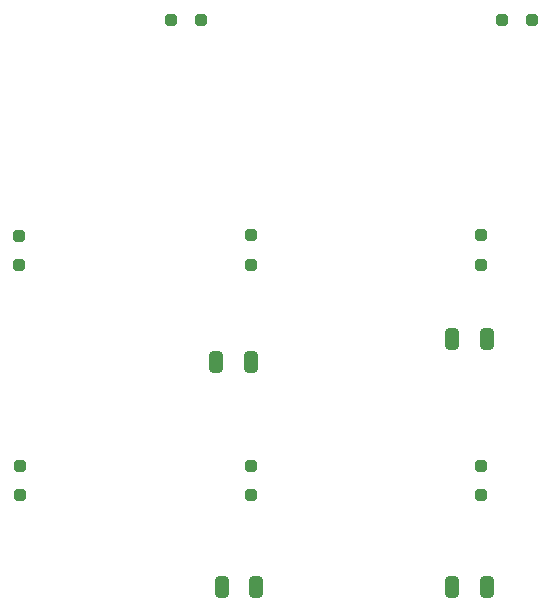
<source format=gbr>
%TF.GenerationSoftware,KiCad,Pcbnew,8.0.5*%
%TF.CreationDate,2025-01-14T19:01:26+01:00*%
%TF.ProjectId,rp_2040_pad_pre,72705f32-3034-4305-9f70-61645f707265,rev?*%
%TF.SameCoordinates,Original*%
%TF.FileFunction,Paste,Top*%
%TF.FilePolarity,Positive*%
%FSLAX46Y46*%
G04 Gerber Fmt 4.6, Leading zero omitted, Abs format (unit mm)*
G04 Created by KiCad (PCBNEW 8.0.5) date 2025-01-14 19:01:26*
%MOMM*%
%LPD*%
G01*
G04 APERTURE LIST*
G04 Aperture macros list*
%AMRoundRect*
0 Rectangle with rounded corners*
0 $1 Rounding radius*
0 $2 $3 $4 $5 $6 $7 $8 $9 X,Y pos of 4 corners*
0 Add a 4 corners polygon primitive as box body*
4,1,4,$2,$3,$4,$5,$6,$7,$8,$9,$2,$3,0*
0 Add four circle primitives for the rounded corners*
1,1,$1+$1,$2,$3*
1,1,$1+$1,$4,$5*
1,1,$1+$1,$6,$7*
1,1,$1+$1,$8,$9*
0 Add four rect primitives between the rounded corners*
20,1,$1+$1,$2,$3,$4,$5,0*
20,1,$1+$1,$4,$5,$6,$7,0*
20,1,$1+$1,$6,$7,$8,$9,0*
20,1,$1+$1,$8,$9,$2,$3,0*%
G04 Aperture macros list end*
%ADD10RoundRect,0.250000X-0.250000X-0.250000X0.250000X-0.250000X0.250000X0.250000X-0.250000X0.250000X0*%
%ADD11RoundRect,0.250000X-0.250000X0.250000X-0.250000X-0.250000X0.250000X-0.250000X0.250000X0.250000X0*%
%ADD12RoundRect,0.250000X0.250000X0.250000X-0.250000X0.250000X-0.250000X-0.250000X0.250000X-0.250000X0*%
%ADD13RoundRect,0.250000X0.325000X0.650000X-0.325000X0.650000X-0.325000X-0.650000X0.325000X-0.650000X0*%
G04 APERTURE END LIST*
D10*
%TO.C,D12*%
X165225000Y-72975000D03*
X162725000Y-72975000D03*
%TD*%
D11*
%TO.C,D10*%
X160925000Y-113225000D03*
X160925000Y-110725000D03*
%TD*%
%TO.C,D9*%
X160925000Y-93725000D03*
X160925000Y-91225000D03*
%TD*%
D12*
%TO.C,D7*%
X134725000Y-72975000D03*
X137225000Y-72975000D03*
%TD*%
D11*
%TO.C,D6*%
X141425000Y-113225000D03*
X141425000Y-110725000D03*
%TD*%
%TO.C,D5*%
X141425000Y-93725000D03*
X141425000Y-91225000D03*
%TD*%
%TO.C,D4*%
X121925000Y-113225000D03*
X121925000Y-110725000D03*
%TD*%
%TO.C,D3*%
X121825000Y-93735000D03*
X121825000Y-91235000D03*
%TD*%
D13*
%TO.C,C20*%
X141925000Y-120975000D03*
X138975000Y-120975000D03*
%TD*%
%TO.C,C17*%
X161450000Y-120975000D03*
X158500000Y-120975000D03*
%TD*%
%TO.C,C13*%
X161450000Y-99975000D03*
X158500000Y-99975000D03*
%TD*%
%TO.C,C3*%
X141450000Y-101975000D03*
X138500000Y-101975000D03*
%TD*%
M02*

</source>
